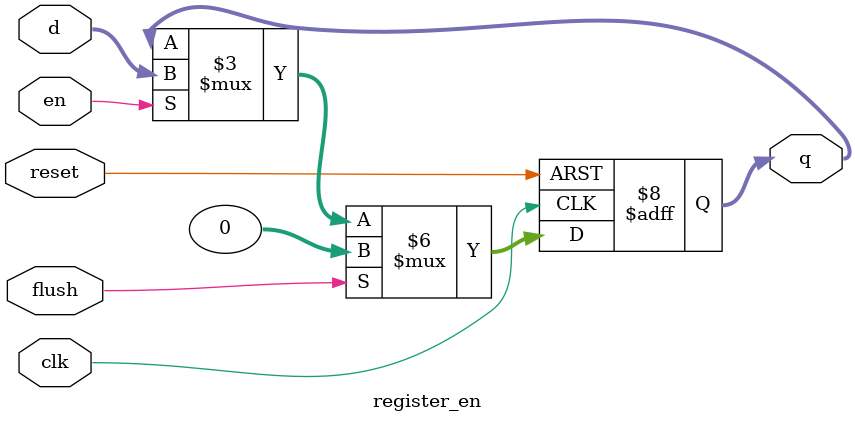
<source format=v>
module register_en
#(parameter width = 32,  
parameter Default_val = 0)
(clk,reset,en,d,q,flush);

input clk, reset, en, flush;
input [width-1:0] d;
output reg [width-1:0] q;

always@(posedge clk or negedge reset)
begin
	if(!reset)
		q <= Default_val;
	else if(flush)
	 	q <= Default_val;
	else if(en)
		q <= d;
end

endmodule

</source>
